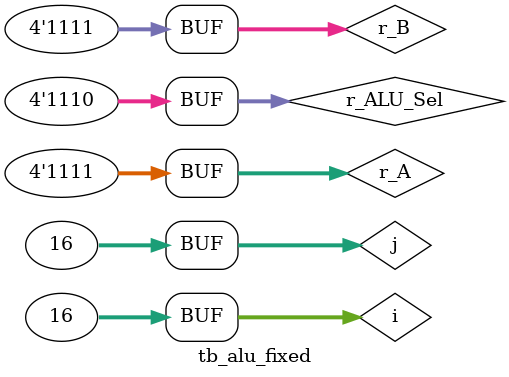
<source format=v>
`timescale 1ns / 1ps


module tb_alu_fixed;

    integer i = 0;
    integer j = 0;
    reg [3:0]r_A = 4'b0000;
    reg [3:0]r_B = 4'b0000;
    reg [3:0]r_ALU_Sel;
    wire [3:0]w_ALU_Out;
    wire w_CarryOut;
     
     alu_fixed alu_fixed_inst
     (
        .A(r_A),
        .B(r_B),
        .ALU_Sel(r_ALU_Sel),
        .ALU_Out(w_ALU_Out),
        .CarryOut(w_CarryOut)
      );
    
    initial
        begin
        // Test Addition operation
        r_ALU_Sel = 4'b0000;
        for (i = 4'b0 ; i <= 4'b1111 ; i=i+1)
            begin
                for(j = 4'b0; j <= 4'b1111; j=j+1)
                begin
                    r_A = i;
                    r_B = j;
                    #10;
                end
            end
            
        // Multiplication
        r_ALU_Sel = 4'b0010;
        for (i = 4'b0 ; i <= 4'b1111 ; i=i+1)
            begin
                for(j = 4'b0; j <= 4'b1111; j=j+1)
                begin
                    r_A = i;
                    r_B = j;
                    #10;
                end
            end
            
        // Logical Shift left
        r_ALU_Sel = 4'b0100;
        for (i = 4'b0 ; i <= 4'b1111 ; i=i+1)
            begin
                    r_A = i;
                    #10;
            end
            
        // Rotate Right
        r_ALU_Sel = 4'b0111;
        for (i = 4'b0 ;  i <= 4'b1111 ; i=i+1)
            begin
                    r_A = i;
                    #10;
            end
            
        // Logical AND
        r_ALU_Sel = 4'b1000;
        for (i = 4'b0 ; i <= 4'b1111 ; i=i+1)
            begin
                for(j = 4'b0; j <= 4'b1111; j=j+1)
                begin
                    r_A = i;
                    r_B = j;
                    #10;
                end
            end
            
        // Greater Comparison
        r_ALU_Sel = 4'b1110;
        for (i = 4'b0 ; i <= 4'b1111 ; i=i+1)
            begin
                for(j = 4'b0; j <= 4'b1111; j=j+1)
                begin
                    r_A = i;
                    r_B = j;
                    #10;
                end
            end        
        end 
endmodule

</source>
